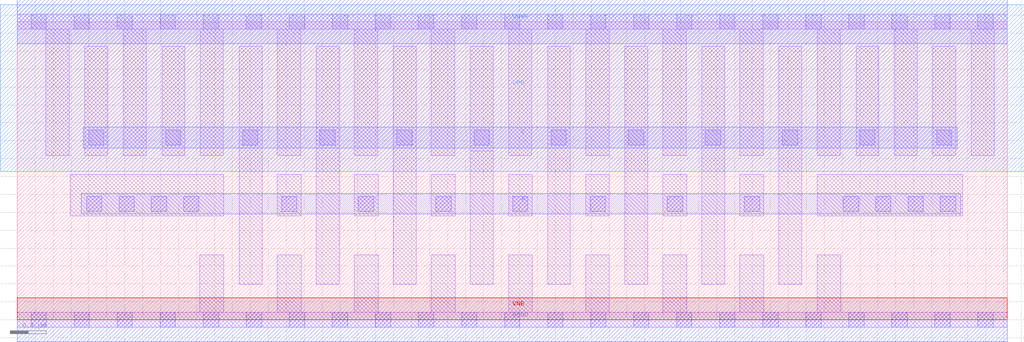
<source format=lef>
# Copyright 2020 The SkyWater PDK Authors
#
# Licensed under the Apache License, Version 2.0 (the "License");
# you may not use this file except in compliance with the License.
# You may obtain a copy of the License at
#
#     https://www.apache.org/licenses/LICENSE-2.0
#
# Unless required by applicable law or agreed to in writing, software
# distributed under the License is distributed on an "AS IS" BASIS,
# WITHOUT WARRANTIES OR CONDITIONS OF ANY KIND, either express or implied.
# See the License for the specific language governing permissions and
# limitations under the License.
#
# SPDX-License-Identifier: Apache-2.0

VERSION 5.7 ;
  NOWIREEXTENSIONATPIN ON ;
  DIVIDERCHAR "/" ;
  BUSBITCHARS "[]" ;
MACRO sky130_fd_sc_lp__clkinv_16
  CLASS CORE ;
  FOREIGN sky130_fd_sc_lp__clkinv_16 ;
  ORIGIN  0.000000  0.000000 ;
  SIZE  11.04000 BY  3.330000 ;
  SYMMETRY X Y R90 ;
  SITE unit ;
  PIN A
    ANTENNAGATEAREA  5.544000 ;
    DIRECTION INPUT ;
    USE SIGNAL ;
    PORT
      LAYER met1 ;
        RECT 0.715000 1.180000 10.525000 1.410000 ;
    END
  END A
  PIN Y
    ANTENNADIFFAREA  5.174400 ;
    DIRECTION OUTPUT ;
    USE SIGNAL ;
    PORT
      LAYER met1 ;
        RECT 0.735000 1.920000 10.485000 2.150000 ;
    END
  END Y
  PIN VGND
    DIRECTION INOUT ;
    USE GROUND ;
    PORT
      LAYER met1 ;
        RECT 0.000000 -0.245000 11.040000 0.245000 ;
    END
  END VGND
  PIN VNB
    DIRECTION INOUT ;
    USE GROUND ;
    PORT
      LAYER pwell ;
        RECT 0.000000 0.000000 11.040000 0.245000 ;
    END
  END VNB
  PIN VPB
    DIRECTION INOUT ;
    USE POWER ;
    PORT
      LAYER nwell ;
        RECT -0.190000 1.655000 11.230000 3.520000 ;
    END
  END VPB
  PIN VPWR
    DIRECTION INOUT ;
    USE POWER ;
    PORT
      LAYER met1 ;
        RECT 0.000000 3.085000 11.040000 3.575000 ;
    END
  END VPWR
  OBS
    LAYER li1 ;
      RECT  0.000000 -0.085000 11.040000 0.085000 ;
      RECT  0.000000  3.245000 11.040000 3.415000 ;
      RECT  0.320000  1.835000  0.580000 3.245000 ;
      RECT  0.590000  1.160000  2.305000 1.625000 ;
      RECT  0.755000  1.835000  1.010000 3.055000 ;
      RECT  1.180000  1.835000  1.440000 3.245000 ;
      RECT  1.615000  1.835000  1.870000 3.055000 ;
      RECT  2.035000  0.085000  2.305000 0.725000 ;
      RECT  2.040000  1.835000  2.300000 3.245000 ;
      RECT  2.475000  0.395000  2.730000 3.055000 ;
      RECT  2.900000  0.085000  3.165000 0.725000 ;
      RECT  2.900000  1.160000  3.165000 1.625000 ;
      RECT  2.900000  1.835000  3.160000 3.245000 ;
      RECT  3.335000  0.395000  3.590000 3.055000 ;
      RECT  3.760000  0.085000  4.025000 0.725000 ;
      RECT  3.760000  1.160000  4.025000 1.625000 ;
      RECT  3.760000  1.835000  4.020000 3.245000 ;
      RECT  4.195000  0.395000  4.450000 3.055000 ;
      RECT  4.620000  0.085000  4.885000 0.725000 ;
      RECT  4.620000  1.160000  4.885000 1.625000 ;
      RECT  4.620000  1.835000  4.880000 3.245000 ;
      RECT  5.050000  1.885000  5.310000 3.055000 ;
      RECT  5.055000  0.395000  5.310000 1.885000 ;
      RECT  5.480000  0.085000  5.745000 0.725000 ;
      RECT  5.480000  1.160000  5.745000 1.625000 ;
      RECT  5.480000  1.835000  5.740000 3.245000 ;
      RECT  5.915000  0.395000  6.170000 3.055000 ;
      RECT  6.340000  0.085000  6.605000 0.725000 ;
      RECT  6.340000  1.160000  6.605000 1.625000 ;
      RECT  6.340000  1.835000  6.600000 3.245000 ;
      RECT  6.775000  0.395000  7.030000 3.055000 ;
      RECT  7.200000  0.085000  7.465000 0.725000 ;
      RECT  7.200000  1.160000  7.465000 1.625000 ;
      RECT  7.200000  1.835000  7.460000 3.245000 ;
      RECT  7.635000  0.395000  7.890000 3.055000 ;
      RECT  8.060000  0.085000  8.325000 0.725000 ;
      RECT  8.060000  1.160000  8.325000 1.625000 ;
      RECT  8.060000  1.835000  8.320000 3.245000 ;
      RECT  8.495000  0.395000  8.750000 3.055000 ;
      RECT  8.920000  0.085000  9.185000 0.725000 ;
      RECT  8.920000  1.160000 10.545000 1.625000 ;
      RECT  8.920000  1.835000  9.180000 3.245000 ;
      RECT  9.355000  1.835000  9.610000 3.055000 ;
      RECT  9.780000  1.835000 10.040000 3.245000 ;
      RECT 10.210000  1.835000 10.470000 3.055000 ;
      RECT 10.640000  1.835000 10.895000 3.245000 ;
    LAYER mcon ;
      RECT  0.155000 -0.085000  0.325000 0.085000 ;
      RECT  0.155000  3.245000  0.325000 3.415000 ;
      RECT  0.635000 -0.085000  0.805000 0.085000 ;
      RECT  0.635000  3.245000  0.805000 3.415000 ;
      RECT  0.775000  1.210000  0.945000 1.380000 ;
      RECT  0.795000  1.950000  0.965000 2.120000 ;
      RECT  1.115000 -0.085000  1.285000 0.085000 ;
      RECT  1.115000  3.245000  1.285000 3.415000 ;
      RECT  1.135000  1.210000  1.305000 1.380000 ;
      RECT  1.495000  1.210000  1.665000 1.380000 ;
      RECT  1.595000 -0.085000  1.765000 0.085000 ;
      RECT  1.595000  3.245000  1.765000 3.415000 ;
      RECT  1.655000  1.950000  1.825000 2.120000 ;
      RECT  1.855000  1.210000  2.025000 1.380000 ;
      RECT  2.075000 -0.085000  2.245000 0.085000 ;
      RECT  2.075000  3.245000  2.245000 3.415000 ;
      RECT  2.515000  1.950000  2.685000 2.120000 ;
      RECT  2.555000 -0.085000  2.725000 0.085000 ;
      RECT  2.555000  3.245000  2.725000 3.415000 ;
      RECT  2.950000  1.210000  3.120000 1.380000 ;
      RECT  3.035000 -0.085000  3.205000 0.085000 ;
      RECT  3.035000  3.245000  3.205000 3.415000 ;
      RECT  3.375000  1.950000  3.545000 2.120000 ;
      RECT  3.515000 -0.085000  3.685000 0.085000 ;
      RECT  3.515000  3.245000  3.685000 3.415000 ;
      RECT  3.805000  1.210000  3.975000 1.380000 ;
      RECT  3.995000 -0.085000  4.165000 0.085000 ;
      RECT  3.995000  3.245000  4.165000 3.415000 ;
      RECT  4.235000  1.950000  4.405000 2.120000 ;
      RECT  4.475000 -0.085000  4.645000 0.085000 ;
      RECT  4.475000  3.245000  4.645000 3.415000 ;
      RECT  4.670000  1.210000  4.840000 1.380000 ;
      RECT  4.955000 -0.085000  5.125000 0.085000 ;
      RECT  4.955000  3.245000  5.125000 3.415000 ;
      RECT  5.095000  1.950000  5.265000 2.120000 ;
      RECT  5.435000 -0.085000  5.605000 0.085000 ;
      RECT  5.435000  3.245000  5.605000 3.415000 ;
      RECT  5.525000  1.210000  5.695000 1.380000 ;
      RECT  5.915000 -0.085000  6.085000 0.085000 ;
      RECT  5.915000  3.245000  6.085000 3.415000 ;
      RECT  5.955000  1.950000  6.125000 2.120000 ;
      RECT  6.390000  1.210000  6.560000 1.380000 ;
      RECT  6.395000 -0.085000  6.565000 0.085000 ;
      RECT  6.395000  3.245000  6.565000 3.415000 ;
      RECT  6.815000  1.950000  6.985000 2.120000 ;
      RECT  6.875000 -0.085000  7.045000 0.085000 ;
      RECT  6.875000  3.245000  7.045000 3.415000 ;
      RECT  7.250000  1.210000  7.420000 1.380000 ;
      RECT  7.355000 -0.085000  7.525000 0.085000 ;
      RECT  7.355000  3.245000  7.525000 3.415000 ;
      RECT  7.675000  1.950000  7.845000 2.120000 ;
      RECT  7.835000 -0.085000  8.005000 0.085000 ;
      RECT  7.835000  3.245000  8.005000 3.415000 ;
      RECT  8.110000  1.210000  8.280000 1.380000 ;
      RECT  8.315000 -0.085000  8.485000 0.085000 ;
      RECT  8.315000  3.245000  8.485000 3.415000 ;
      RECT  8.535000  1.950000  8.705000 2.120000 ;
      RECT  8.795000 -0.085000  8.965000 0.085000 ;
      RECT  8.795000  3.245000  8.965000 3.415000 ;
      RECT  9.215000  1.210000  9.385000 1.380000 ;
      RECT  9.275000 -0.085000  9.445000 0.085000 ;
      RECT  9.275000  3.245000  9.445000 3.415000 ;
      RECT  9.395000  1.950000  9.565000 2.120000 ;
      RECT  9.575000  1.210000  9.745000 1.380000 ;
      RECT  9.755000 -0.085000  9.925000 0.085000 ;
      RECT  9.755000  3.245000  9.925000 3.415000 ;
      RECT  9.935000  1.210000 10.105000 1.380000 ;
      RECT 10.235000 -0.085000 10.405000 0.085000 ;
      RECT 10.235000  3.245000 10.405000 3.415000 ;
      RECT 10.255000  1.950000 10.425000 2.120000 ;
      RECT 10.295000  1.210000 10.465000 1.380000 ;
      RECT 10.715000 -0.085000 10.885000 0.085000 ;
      RECT 10.715000  3.245000 10.885000 3.415000 ;
  END
END sky130_fd_sc_lp__clkinv_16
END LIBRARY

</source>
